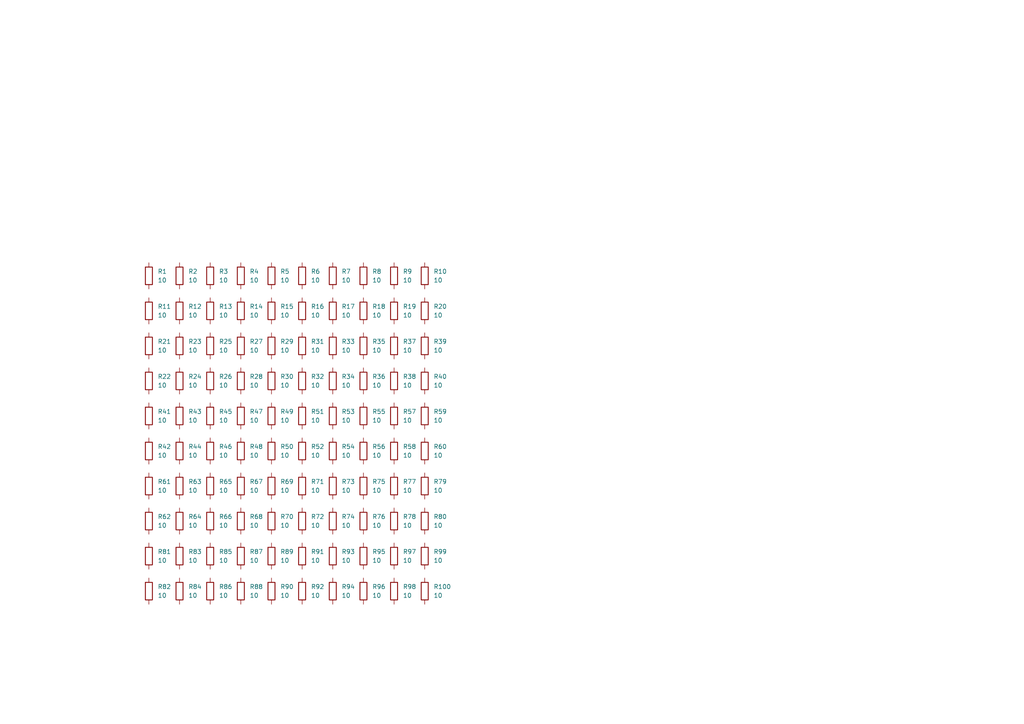
<source format=kicad_sch>
(kicad_sch (version 20250114) (generator "eeschema") (generator_version "9.0")
  (paper "A4")
  (lib_symbols
    (symbol "Device:R" (pin_numbers (hide yes)) (pin_names (offset 0))
      (property "Reference" "R" (at 2.032 0 90))
      (property "Value" "R" (at 0 0 90))
      (symbol "R_0_1"
        (rectangle (start -1.016 -2.54) (end 1.016 2.54) (stroke (width 0.254)))
      )
      (symbol "R_1_1"
        (pin passive line (at 0 3.81 270) (length 1.27) (name "~") (number "1"))
        (pin passive line (at 0 -3.81 90) (length 1.27) (name "~") (number "2"))
      )
    )
  )
  (symbol (lib_id "Device:R") (at 123.19 140.97 0) (unit 1)
    (property "Reference" "R79" (at 125.73 139.6999 0) (effects (justify left)))
    (property "Value" "10" (at 125.73 142.2399 0) (effects (justify left)))
    (property "Footprint" "RC0402JR_0710RP:RESC1005X40N" (effects (hide yes)))
    (property "Description" "Resistor" (effects (hide yes)))
  )
  (symbol (lib_id "Device:R") (at 43.18 110.49 0) (unit 1)
    (property "Reference" "R22" (at 45.72 109.2199 0) (effects (justify left)))
    (property "Value" "10" (at 45.72 111.7599 0) (effects (justify left)))
    (property "Footprint" "RC0402JR_0710RP:RESC1005X40N" (effects (hide yes)))
    (property "Description" "Resistor" (effects (hide yes)))
  )
  (symbol (lib_id "Device:R") (at 52.07 80.01 0) (unit 1)
    (property "Reference" "R2" (at 54.61 78.7399 0) (effects (justify left)))
    (property "Value" "10" (at 54.61 81.2799 0) (effects (justify left)))
    (property "Footprint" "RC0402JR_0710RP:RESC1005X40N" (effects (hide yes)))
    (property "Description" "Resistor" (effects (hide yes)))
  )
  (symbol (lib_id "Device:R") (at 78.74 110.49 0) (unit 1)
    (property "Reference" "R30" (at 81.28 109.2199 0) (effects (justify left)))
    (property "Value" "10" (at 81.28 111.7599 0) (effects (justify left)))
    (property "Footprint" "RC0402JR_0710RP:RESC1005X40N" (effects (hide yes)))
    (property "Description" "Resistor" (effects (hide yes)))
  )
  (symbol (lib_id "Device:R") (at 60.96 130.81 0) (unit 1)
    (property "Reference" "R46" (at 63.5 129.5399 0) (effects (justify left)))
    (property "Value" "10" (at 63.5 132.0799 0) (effects (justify left)))
    (property "Footprint" "RC0402JR_0710RP:RESC1005X40N" (effects (hide yes)))
    (property "Description" "Resistor" (effects (hide yes)))
  )
  (symbol (lib_id "Device:R") (at 78.74 80.01 0) (unit 1)
    (property "Reference" "R5" (at 81.28 78.7399 0) (effects (justify left)))
    (property "Value" "10" (at 81.28 81.2799 0) (effects (justify left)))
    (property "Footprint" "RC0402JR_0710RP:RESC1005X40N" (effects (hide yes)))
    (property "Description" "Resistor" (effects (hide yes)))
  )
  (symbol (lib_id "Device:R") (at 105.41 151.13 0) (unit 1)
    (property "Reference" "R76" (at 107.95 149.8599 0) (effects (justify left)))
    (property "Value" "10" (at 107.95 152.3999 0) (effects (justify left)))
    (property "Footprint" "RC0402JR_0710RP:RESC1005X40N" (effects (hide yes)))
    (property "Description" "Resistor" (effects (hide yes)))
  )
  (symbol (lib_id "Device:R") (at 43.18 171.45 0) (unit 1)
    (property "Reference" "R82" (at 45.72 170.1799 0) (effects (justify left)))
    (property "Value" "10" (at 45.72 172.7199 0) (effects (justify left)))
    (property "Footprint" "RC0402JR_0710RP:RESC1005X40N" (effects (hide yes)))
    (property "Description" "Resistor" (effects (hide yes)))
  )
  (symbol (lib_id "Device:R") (at 78.74 171.45 0) (unit 1)
    (property "Reference" "R90" (at 81.28 170.1799 0) (effects (justify left)))
    (property "Value" "10" (at 81.28 172.7199 0) (effects (justify left)))
    (property "Footprint" "RC0402JR_0710RP:RESC1005X40N" (effects (hide yes)))
    (property "Description" "Resistor" (effects (hide yes)))
  )
  (symbol (lib_id "Device:R") (at 43.18 100.33 0) (unit 1)
    (property "Reference" "R21" (at 45.72 99.0599 0) (effects (justify left)))
    (property "Value" "10" (at 45.72 101.5999 0) (effects (justify left)))
    (property "Footprint" "RC0402JR_0710RP:RESC1005X40N" (effects (hide yes)))
    (property "Description" "Resistor" (effects (hide yes)))
  )
  (symbol (lib_id "Device:R") (at 87.63 80.01 0) (unit 1)
    (property "Reference" "R6" (at 90.17 78.7399 0) (effects (justify left)))
    (property "Value" "10" (at 90.17 81.2799 0) (effects (justify left)))
    (property "Footprint" "RC0402JR_0710RP:RESC1005X40N" (effects (hide yes)))
    (property "Description" "Resistor" (effects (hide yes)))
  )
  (symbol (lib_id "Device:R") (at 52.07 161.29 0) (unit 1)
    (property "Reference" "R83" (at 54.61 160.0199 0) (effects (justify left)))
    (property "Value" "10" (at 54.61 162.5599 0) (effects (justify left)))
    (property "Footprint" "RC0402JR_0710RP:RESC1005X40N" (effects (hide yes)))
    (property "Description" "Resistor" (effects (hide yes)))
  )
  (symbol (lib_id "Device:R") (at 105.41 100.33 0) (unit 1)
    (property "Reference" "R35" (at 107.95 99.0599 0) (effects (justify left)))
    (property "Value" "10" (at 107.95 101.5999 0) (effects (justify left)))
    (property "Footprint" "RC0402JR_0710RP:RESC1005X40N" (effects (hide yes)))
    (property "Description" "Resistor" (effects (hide yes)))
  )
  (symbol (lib_id "Device:R") (at 69.85 161.29 0) (unit 1)
    (property "Reference" "R87" (at 72.39 160.0199 0) (effects (justify left)))
    (property "Value" "10" (at 72.39 162.5599 0) (effects (justify left)))
    (property "Footprint" "RC0402JR_0710RP:RESC1005X40N" (effects (hide yes)))
    (property "Description" "Resistor" (effects (hide yes)))
  )
  (symbol (lib_id "Device:R") (at 52.07 120.65 0) (unit 1)
    (property "Reference" "R43" (at 54.61 119.3799 0) (effects (justify left)))
    (property "Value" "10" (at 54.61 121.9199 0) (effects (justify left)))
    (property "Footprint" "RC0402JR_0710RP:RESC1005X40N" (effects (hide yes)))
    (property "Description" "Resistor" (effects (hide yes)))
  )
  (symbol (lib_id "Device:R") (at 105.41 130.81 0) (unit 1)
    (property "Reference" "R56" (at 107.95 129.5399 0) (effects (justify left)))
    (property "Value" "10" (at 107.95 132.0799 0) (effects (justify left)))
    (property "Footprint" "RC0402JR_0710RP:RESC1005X40N" (effects (hide yes)))
    (property "Description" "Resistor" (effects (hide yes)))
  )
  (symbol (lib_id "Device:R") (at 114.3 100.33 0) (unit 1)
    (property "Reference" "R37" (at 116.84 99.0599 0) (effects (justify left)))
    (property "Value" "10" (at 116.84 101.5999 0) (effects (justify left)))
    (property "Footprint" "RC0402JR_0710RP:RESC1005X40N" (effects (hide yes)))
    (property "Description" "Resistor" (effects (hide yes)))
  )
  (symbol (lib_id "Device:R") (at 78.74 140.97 0) (unit 1)
    (property "Reference" "R69" (at 81.28 139.6999 0) (effects (justify left)))
    (property "Value" "10" (at 81.28 142.2399 0) (effects (justify left)))
    (property "Footprint" "RC0402JR_0710RP:RESC1005X40N" (effects (hide yes)))
    (property "Description" "Resistor" (effects (hide yes)))
  )
  (symbol (lib_id "Device:R") (at 60.96 80.01 0) (unit 1)
    (property "Reference" "R3" (at 63.5 78.7399 0) (effects (justify left)))
    (property "Value" "10" (at 63.5 81.2799 0) (effects (justify left)))
    (property "Footprint" "RC0402JR_0710RP:RESC1005X40N" (effects (hide yes)))
    (property "Description" "Resistor" (effects (hide yes)))
  )
  (symbol (lib_id "Device:R") (at 114.3 151.13 0) (unit 1)
    (property "Reference" "R78" (at 116.84 149.8599 0) (effects (justify left)))
    (property "Value" "10" (at 116.84 152.3999 0) (effects (justify left)))
    (property "Footprint" "RC0402JR_0710RP:RESC1005X40N" (effects (hide yes)))
    (property "Description" "Resistor" (effects (hide yes)))
  )
  (symbol (lib_id "Device:R") (at 87.63 100.33 0) (unit 1)
    (property "Reference" "R31" (at 90.17 99.0599 0) (effects (justify left)))
    (property "Value" "10" (at 90.17 101.5999 0) (effects (justify left)))
    (property "Footprint" "RC0402JR_0710RP:RESC1005X40N" (effects (hide yes)))
    (property "Description" "Resistor" (effects (hide yes)))
  )
  (symbol (lib_id "Device:R") (at 78.74 130.81 0) (unit 1)
    (property "Reference" "R50" (at 81.28 129.5399 0) (effects (justify left)))
    (property "Value" "10" (at 81.28 132.0799 0) (effects (justify left)))
    (property "Footprint" "RC0402JR_0710RP:RESC1005X40N" (effects (hide yes)))
    (property "Description" "Resistor" (effects (hide yes)))
  )
  (symbol (lib_id "Device:R") (at 105.41 80.01 0) (unit 1)
    (property "Reference" "R8" (at 107.95 78.7399 0) (effects (justify left)))
    (property "Value" "10" (at 107.95 81.2799 0) (effects (justify left)))
    (property "Footprint" "RC0402JR_0710RP:RESC1005X40N" (effects (hide yes)))
    (property "Description" "Resistor" (effects (hide yes)))
  )
  (symbol (lib_id "Device:R") (at 78.74 90.17 0) (unit 1)
    (property "Reference" "R15" (at 81.28 88.8999 0) (effects (justify left)))
    (property "Value" "10" (at 81.28 91.4399 0) (effects (justify left)))
    (property "Footprint" "RC0402JR_0710RP:RESC1005X40N" (effects (hide yes)))
    (property "Description" "Resistor" (effects (hide yes)))
  )
  (symbol (lib_id "Device:R") (at 123.19 110.49 0) (unit 1)
    (property "Reference" "R40" (at 125.73 109.2199 0) (effects (justify left)))
    (property "Value" "10" (at 125.73 111.7599 0) (effects (justify left)))
    (property "Footprint" "RC0402JR_0710RP:RESC1005X40N" (effects (hide yes)))
    (property "Description" "Resistor" (effects (hide yes)))
  )
  (symbol (lib_id "Device:R") (at 123.19 151.13 0) (unit 1)
    (property "Reference" "R80" (at 125.73 149.8599 0) (effects (justify left)))
    (property "Value" "10" (at 125.73 152.3999 0) (effects (justify left)))
    (property "Footprint" "RC0402JR_0710RP:RESC1005X40N" (effects (hide yes)))
    (property "Description" "Resistor" (effects (hide yes)))
  )
  (symbol (lib_id "Device:R") (at 52.07 110.49 0) (unit 1)
    (property "Reference" "R24" (at 54.61 109.2199 0) (effects (justify left)))
    (property "Value" "10" (at 54.61 111.7599 0) (effects (justify left)))
    (property "Footprint" "RC0402JR_0710RP:RESC1005X40N" (effects (hide yes)))
    (property "Description" "Resistor" (effects (hide yes)))
  )
  (symbol (lib_id "Device:R") (at 43.18 151.13 0) (unit 1)
    (property "Reference" "R62" (at 45.72 149.8599 0) (effects (justify left)))
    (property "Value" "10" (at 45.72 152.3999 0) (effects (justify left)))
    (property "Footprint" "RC0402JR_0710RP:RESC1005X40N" (effects (hide yes)))
    (property "Description" "Resistor" (effects (hide yes)))
  )
  (symbol (lib_id "Device:R") (at 87.63 110.49 0) (unit 1)
    (property "Reference" "R32" (at 90.17 109.2199 0) (effects (justify left)))
    (property "Value" "10" (at 90.17 111.7599 0) (effects (justify left)))
    (property "Footprint" "RC0402JR_0710RP:RESC1005X40N" (effects (hide yes)))
    (property "Description" "Resistor" (effects (hide yes)))
  )
  (symbol (lib_id "Device:R") (at 78.74 161.29 0) (unit 1)
    (property "Reference" "R89" (at 81.28 160.0199 0) (effects (justify left)))
    (property "Value" "10" (at 81.28 162.5599 0) (effects (justify left)))
    (property "Footprint" "RC0402JR_0710RP:RESC1005X40N" (effects (hide yes)))
    (property "Description" "Resistor" (effects (hide yes)))
  )
  (symbol (lib_id "Device:R") (at 69.85 90.17 0) (unit 1)
    (property "Reference" "R14" (at 72.39 88.8999 0) (effects (justify left)))
    (property "Value" "10" (at 72.39 91.4399 0) (effects (justify left)))
    (property "Footprint" "RC0402JR_0710RP:RESC1005X40N" (effects (hide yes)))
    (property "Description" "Resistor" (effects (hide yes)))
  )
  (symbol (lib_id "Device:R") (at 69.85 80.01 0) (unit 1)
    (property "Reference" "R4" (at 72.39 78.7399 0) (effects (justify left)))
    (property "Value" "10" (at 72.39 81.2799 0) (effects (justify left)))
    (property "Footprint" "RC0402JR_0710RP:RESC1005X40N" (effects (hide yes)))
    (property "Description" "Resistor" (effects (hide yes)))
  )
  (symbol (lib_id "Device:R") (at 123.19 90.17 0) (unit 1)
    (property "Reference" "R20" (at 125.73 88.8999 0) (effects (justify left)))
    (property "Value" "10" (at 125.73 91.4399 0) (effects (justify left)))
    (property "Footprint" "RC0402JR_0710RP:RESC1005X40N" (effects (hide yes)))
    (property "Description" "Resistor" (effects (hide yes)))
  )
  (symbol (lib_id "Device:R") (at 60.96 90.17 0) (unit 1)
    (property "Reference" "R13" (at 63.5 88.8999 0) (effects (justify left)))
    (property "Value" "10" (at 63.5 91.4399 0) (effects (justify left)))
    (property "Footprint" "RC0402JR_0710RP:RESC1005X40N" (effects (hide yes)))
    (property "Description" "Resistor" (effects (hide yes)))
  )
  (symbol (lib_id "Device:R") (at 52.07 151.13 0) (unit 1)
    (property "Reference" "R64" (at 54.61 149.8599 0) (effects (justify left)))
    (property "Value" "10" (at 54.61 152.3999 0) (effects (justify left)))
    (property "Footprint" "RC0402JR_0710RP:RESC1005X40N" (effects (hide yes)))
    (property "Description" "Resistor" (effects (hide yes)))
  )
  (symbol (lib_id "Device:R") (at 43.18 80.01 180) (unit 1)
    (property "Reference" "R1" (at 45.72 78.7399 0) (effects (justify right)))
    (property "Value" "10" (at 45.72 81.2799 0) (effects (justify right)))
    (property "Footprint" "RC0402JR_0710RP:RESC1005X40N" (effects (hide yes)))
    (property "Description" "Resistor" (effects (hide yes)))
  )
  (symbol (lib_id "Device:R") (at 114.3 140.97 0) (unit 1)
    (property "Reference" "R77" (at 116.84 139.6999 0) (effects (justify left)))
    (property "Value" "10" (at 116.84 142.2399 0) (effects (justify left)))
    (property "Footprint" "RC0402JR_0710RP:RESC1005X40N" (effects (hide yes)))
    (property "Description" "Resistor" (effects (hide yes)))
  )
  (symbol (lib_id "Device:R") (at 87.63 90.17 0) (unit 1)
    (property "Reference" "R16" (at 90.17 88.8999 0) (effects (justify left)))
    (property "Value" "10" (at 90.17 91.4399 0) (effects (justify left)))
    (property "Footprint" "RC0402JR_0710RP:RESC1005X40N" (effects (hide yes)))
    (property "Description" "Resistor" (effects (hide yes)))
  )
  (symbol (lib_id "Device:R") (at 60.96 140.97 0) (unit 1)
    (property "Reference" "R65" (at 63.5 139.6999 0) (effects (justify left)))
    (property "Value" "10" (at 63.5 142.2399 0) (effects (justify left)))
    (property "Footprint" "RC0402JR_0710RP:RESC1005X40N" (effects (hide yes)))
    (property "Description" "Resistor" (effects (hide yes)))
  )
  (symbol (lib_id "Device:R") (at 105.41 120.65 0) (unit 1)
    (property "Reference" "R55" (at 107.95 119.3799 0) (effects (justify left)))
    (property "Value" "10" (at 107.95 121.9199 0) (effects (justify left)))
    (property "Footprint" "RC0402JR_0710RP:RESC1005X40N" (effects (hide yes)))
    (property "Description" "Resistor" (effects (hide yes)))
  )
  (symbol (lib_id "Device:R") (at 69.85 130.81 0) (unit 1)
    (property "Reference" "R48" (at 72.39 129.5399 0) (effects (justify left)))
    (property "Value" "10" (at 72.39 132.0799 0) (effects (justify left)))
    (property "Footprint" "RC0402JR_0710RP:RESC1005X40N" (effects (hide yes)))
    (property "Description" "Resistor" (effects (hide yes)))
  )
  (symbol (lib_id "Device:R") (at 123.19 80.01 0) (unit 1)
    (property "Reference" "R10" (at 125.73 78.7399 0) (effects (justify left)))
    (property "Value" "10" (at 125.73 81.2799 0) (effects (justify left)))
    (property "Footprint" "RC0402JR_0710RP:RESC1005X40N" (effects (hide yes)))
    (property "Description" "Resistor" (effects (hide yes)))
  )
  (symbol (lib_id "Device:R") (at 52.07 90.17 0) (unit 1)
    (property "Reference" "R12" (at 54.61 88.8999 0) (effects (justify left)))
    (property "Value" "10" (at 54.61 91.4399 0) (effects (justify left)))
    (property "Footprint" "RC0402JR_0710RP:RESC1005X40N" (effects (hide yes)))
    (property "Description" "Resistor" (effects (hide yes)))
  )
  (symbol (lib_id "Device:R") (at 69.85 110.49 0) (unit 1)
    (property "Reference" "R28" (at 72.39 109.2199 0) (effects (justify left)))
    (property "Value" "10" (at 72.39 111.7599 0) (effects (justify left)))
    (property "Footprint" "RC0402JR_0710RP:RESC1005X40N" (effects (hide yes)))
    (property "Description" "Resistor" (effects (hide yes)))
  )
  (symbol (lib_id "Device:R") (at 96.52 140.97 0) (unit 1)
    (property "Reference" "R73" (at 99.06 139.6999 0) (effects (justify left)))
    (property "Value" "10" (at 99.06 142.2399 0) (effects (justify left)))
    (property "Footprint" "RC0402JR_0710RP:RESC1005X40N" (effects (hide yes)))
    (property "Description" "Resistor" (effects (hide yes)))
  )
  (symbol (lib_id "Device:R") (at 114.3 80.01 0) (unit 1)
    (property "Reference" "R9" (at 116.84 78.7399 0) (effects (justify left)))
    (property "Value" "10" (at 116.84 81.2799 0) (effects (justify left)))
    (property "Footprint" "RC0402JR_0710RP:RESC1005X40N" (effects (hide yes)))
    (property "Description" "Resistor" (effects (hide yes)))
  )
  (symbol (lib_id "Device:R") (at 96.52 120.65 0) (unit 1)
    (property "Reference" "R53" (at 99.06 119.3799 0) (effects (justify left)))
    (property "Value" "10" (at 99.06 121.9199 0) (effects (justify left)))
    (property "Footprint" "RC0402JR_0710RP:RESC1005X40N" (effects (hide yes)))
    (property "Description" "Resistor" (effects (hide yes)))
  )
  (symbol (lib_id "Device:R") (at 43.18 161.29 0) (unit 1)
    (property "Reference" "R81" (at 45.72 160.0199 0) (effects (justify left)))
    (property "Value" "10" (at 45.72 162.5599 0) (effects (justify left)))
    (property "Footprint" "RC0402JR_0710RP:RESC1005X40N" (effects (hide yes)))
    (property "Description" "Resistor" (effects (hide yes)))
  )
  (symbol (lib_id "Device:R") (at 96.52 80.01 0) (unit 1)
    (property "Reference" "R7" (at 99.06 78.7399 0) (effects (justify left)))
    (property "Value" "10" (at 99.06 81.2799 0) (effects (justify left)))
    (property "Footprint" "RC0402JR_0710RP:RESC1005X40N" (effects (hide yes)))
    (property "Description" "Resistor" (effects (hide yes)))
  )
  (symbol (lib_id "Device:R") (at 105.41 90.17 0) (unit 1)
    (property "Reference" "R18" (at 107.95 88.8999 0) (effects (justify left)))
    (property "Value" "10" (at 107.95 91.4399 0) (effects (justify left)))
    (property "Footprint" "RC0402JR_0710RP:RESC1005X40N" (effects (hide yes)))
    (property "Description" "Resistor" (effects (hide yes)))
  )
  (symbol (lib_id "Device:R") (at 123.19 171.45 0) (unit 1)
    (property "Reference" "R100" (at 125.73 170.1799 0) (effects (justify left)))
    (property "Value" "10" (at 125.73 172.7199 0) (effects (justify left)))
    (property "Footprint" "RC0402JR_0710RP:RESC1005X40N" (effects (hide yes)))
    (property "Description" "Resistor" (effects (hide yes)))
  )
  (symbol (lib_id "Device:R") (at 123.19 161.29 0) (unit 1)
    (property "Reference" "R99" (at 125.73 160.0199 0) (effects (justify left)))
    (property "Value" "10" (at 125.73 162.5599 0) (effects (justify left)))
    (property "Footprint" "RC0402JR_0710RP:RESC1005X40N" (effects (hide yes)))
    (property "Description" "Resistor" (effects (hide yes)))
  )
  (symbol (lib_id "Device:R") (at 69.85 140.97 0) (unit 1)
    (property "Reference" "R67" (at 72.39 139.6999 0) (effects (justify left)))
    (property "Value" "10" (at 72.39 142.2399 0) (effects (justify left)))
    (property "Footprint" "RC0402JR_0710RP:RESC1005X40N" (effects (hide yes)))
    (property "Description" "Resistor" (effects (hide yes)))
  )
  (symbol (lib_id "Device:R") (at 43.18 130.81 0) (unit 1)
    (property "Reference" "R42" (at 45.72 129.5399 0) (effects (justify left)))
    (property "Value" "10" (at 45.72 132.0799 0) (effects (justify left)))
    (property "Footprint" "RC0402JR_0710RP:RESC1005X40N" (effects (hide yes)))
    (property "Description" "Resistor" (effects (hide yes)))
  )
  (symbol (lib_id "Device:R") (at 96.52 171.45 0) (unit 1)
    (property "Reference" "R94" (at 99.06 170.1799 0) (effects (justify left)))
    (property "Value" "10" (at 99.06 172.7199 0) (effects (justify left)))
    (property "Footprint" "RC0402JR_0710RP:RESC1005X40N" (effects (hide yes)))
    (property "Description" "Resistor" (effects (hide yes)))
  )
  (symbol (lib_id "Device:R") (at 87.63 130.81 0) (unit 1)
    (property "Reference" "R52" (at 90.17 129.5399 0) (effects (justify left)))
    (property "Value" "10" (at 90.17 132.0799 0) (effects (justify left)))
    (property "Footprint" "RC0402JR_0710RP:RESC1005X40N" (effects (hide yes)))
    (property "Description" "Resistor" (effects (hide yes)))
  )
  (symbol (lib_id "Device:R") (at 96.52 151.13 0) (unit 1)
    (property "Reference" "R74" (at 99.06 149.8599 0) (effects (justify left)))
    (property "Value" "10" (at 99.06 152.3999 0) (effects (justify left)))
    (property "Footprint" "RC0402JR_0710RP:RESC1005X40N" (effects (hide yes)))
    (property "Description" "Resistor" (effects (hide yes)))
  )
  (symbol (lib_id "Device:R") (at 114.3 90.17 0) (unit 1)
    (property "Reference" "R19" (at 116.84 88.8999 0) (effects (justify left)))
    (property "Value" "10" (at 116.84 91.4399 0) (effects (justify left)))
    (property "Footprint" "RC0402JR_0710RP:RESC1005X40N" (effects (hide yes)))
    (property "Description" "Resistor" (effects (hide yes)))
  )
  (symbol (lib_id "Device:R") (at 87.63 151.13 0) (unit 1)
    (property "Reference" "R72" (at 90.17 149.8599 0) (effects (justify left)))
    (property "Value" "10" (at 90.17 152.3999 0) (effects (justify left)))
    (property "Footprint" "RC0402JR_0710RP:RESC1005X40N" (effects (hide yes)))
    (property "Description" "Resistor" (effects (hide yes)))
  )
  (symbol (lib_id "Device:R") (at 87.63 161.29 0) (unit 1)
    (property "Reference" "R91" (at 90.17 160.0199 0) (effects (justify left)))
    (property "Value" "10" (at 90.17 162.5599 0) (effects (justify left)))
    (property "Footprint" "RC0402JR_0710RP:RESC1005X40N" (effects (hide yes)))
    (property "Description" "Resistor" (effects (hide yes)))
  )
  (symbol (lib_id "Device:R") (at 43.18 140.97 0) (unit 1)
    (property "Reference" "R61" (at 45.72 139.6999 0) (effects (justify left)))
    (property "Value" "10" (at 45.72 142.2399 0) (effects (justify left)))
    (property "Footprint" "RC0402JR_0710RP:RESC1005X40N" (effects (hide yes)))
    (property "Description" "Resistor" (effects (hide yes)))
  )
  (symbol (lib_id "Device:R") (at 43.18 120.65 0) (unit 1)
    (property "Reference" "R41" (at 45.72 119.3799 0) (effects (justify left)))
    (property "Value" "10" (at 45.72 121.9199 0) (effects (justify left)))
    (property "Footprint" "RC0402JR_0710RP:RESC1005X40N" (effects (hide yes)))
    (property "Description" "Resistor" (effects (hide yes)))
  )
  (symbol (lib_id "Device:R") (at 78.74 120.65 0) (unit 1)
    (property "Reference" "R49" (at 81.28 119.3799 0) (effects (justify left)))
    (property "Value" "10" (at 81.28 121.9199 0) (effects (justify left)))
    (property "Footprint" "RC0402JR_0710RP:RESC1005X40N" (effects (hide yes)))
    (property "Description" "Resistor" (effects (hide yes)))
  )
  (symbol (lib_id "Device:R") (at 52.07 171.45 0) (unit 1)
    (property "Reference" "R84" (at 54.61 170.1799 0) (effects (justify left)))
    (property "Value" "10" (at 54.61 172.7199 0) (effects (justify left)))
    (property "Footprint" "RC0402JR_0710RP:RESC1005X40N" (effects (hide yes)))
    (property "Description" "Resistor" (effects (hide yes)))
  )
  (symbol (lib_id "Device:R") (at 78.74 100.33 0) (unit 1)
    (property "Reference" "R29" (at 81.28 99.0599 0) (effects (justify left)))
    (property "Value" "10" (at 81.28 101.5999 0) (effects (justify left)))
    (property "Footprint" "RC0402JR_0710RP:RESC1005X40N" (effects (hide yes)))
    (property "Description" "Resistor" (effects (hide yes)))
  )
  (symbol (lib_id "Device:R") (at 105.41 171.45 0) (unit 1)
    (property "Reference" "R96" (at 107.95 170.1799 0) (effects (justify left)))
    (property "Value" "10" (at 107.95 172.7199 0) (effects (justify left)))
    (property "Footprint" "RC0402JR_0710RP:RESC1005X40N" (effects (hide yes)))
    (property "Description" "Resistor" (effects (hide yes)))
  )
  (symbol (lib_id "Device:R") (at 123.19 100.33 0) (unit 1)
    (property "Reference" "R39" (at 125.73 99.0599 0) (effects (justify left)))
    (property "Value" "10" (at 125.73 101.5999 0) (effects (justify left)))
    (property "Footprint" "RC0402JR_0710RP:RESC1005X40N" (effects (hide yes)))
    (property "Description" "Resistor" (effects (hide yes)))
  )
  (symbol (lib_id "Device:R") (at 60.96 110.49 0) (unit 1)
    (property "Reference" "R26" (at 63.5 109.2199 0) (effects (justify left)))
    (property "Value" "10" (at 63.5 111.7599 0) (effects (justify left)))
    (property "Footprint" "RC0402JR_0710RP:RESC1005X40N" (effects (hide yes)))
    (property "Description" "Resistor" (effects (hide yes)))
  )
  (symbol (lib_id "Device:R") (at 60.96 120.65 0) (unit 1)
    (property "Reference" "R45" (at 63.5 119.3799 0) (effects (justify left)))
    (property "Value" "10" (at 63.5 121.9199 0) (effects (justify left)))
    (property "Footprint" "RC0402JR_0710RP:RESC1005X40N" (effects (hide yes)))
    (property "Description" "Resistor" (effects (hide yes)))
  )
  (symbol (lib_id "Device:R") (at 96.52 110.49 0) (unit 1)
    (property "Reference" "R34" (at 99.06 109.2199 0) (effects (justify left)))
    (property "Value" "10" (at 99.06 111.7599 0) (effects (justify left)))
    (property "Footprint" "RC0402JR_0710RP:RESC1005X40N" (effects (hide yes)))
    (property "Description" "Resistor" (effects (hide yes)))
  )
  (symbol (lib_id "Device:R") (at 78.74 151.13 0) (unit 1)
    (property "Reference" "R70" (at 81.28 149.8599 0) (effects (justify left)))
    (property "Value" "10" (at 81.28 152.3999 0) (effects (justify left)))
    (property "Footprint" "RC0402JR_0710RP:RESC1005X40N" (effects (hide yes)))
    (property "Description" "Resistor" (effects (hide yes)))
  )
  (symbol (lib_id "Device:R") (at 69.85 171.45 0) (unit 1)
    (property "Reference" "R88" (at 72.39 170.1799 0) (effects (justify left)))
    (property "Value" "10" (at 72.39 172.7199 0) (effects (justify left)))
    (property "Footprint" "RC0402JR_0710RP:RESC1005X40N" (effects (hide yes)))
    (property "Description" "Resistor" (effects (hide yes)))
  )
  (symbol (lib_id "Device:R") (at 87.63 171.45 0) (unit 1)
    (property "Reference" "R92" (at 90.17 170.1799 0) (effects (justify left)))
    (property "Value" "10" (at 90.17 172.7199 0) (effects (justify left)))
    (property "Footprint" "RC0402JR_0710RP:RESC1005X40N" (effects (hide yes)))
    (property "Description" "Resistor" (effects (hide yes)))
  )
  (symbol (lib_id "Device:R") (at 114.3 171.45 0) (unit 1)
    (property "Reference" "R98" (at 116.84 170.1799 0) (effects (justify left)))
    (property "Value" "10" (at 116.84 172.7199 0) (effects (justify left)))
    (property "Footprint" "RC0402JR_0710RP:RESC1005X40N" (effects (hide yes)))
    (property "Description" "Resistor" (effects (hide yes)))
  )
  (symbol (lib_id "Device:R") (at 69.85 151.13 0) (unit 1)
    (property "Reference" "R68" (at 72.39 149.8599 0) (effects (justify left)))
    (property "Value" "10" (at 72.39 152.3999 0) (effects (justify left)))
    (property "Footprint" "RC0402JR_0710RP:RESC1005X40N" (effects (hide yes)))
    (property "Description" "Resistor" (effects (hide yes)))
  )
  (symbol (lib_id "Device:R") (at 114.3 161.29 0) (unit 1)
    (property "Reference" "R97" (at 116.84 160.0199 0) (effects (justify left)))
    (property "Value" "10" (at 116.84 162.5599 0) (effects (justify left)))
    (property "Footprint" "RC0402JR_0710RP:RESC1005X40N" (effects (hide yes)))
    (property "Description" "Resistor" (effects (hide yes)))
  )
  (symbol (lib_id "Device:R") (at 114.3 110.49 0) (unit 1)
    (property "Reference" "R38" (at 116.84 109.2199 0) (effects (justify left)))
    (property "Value" "10" (at 116.84 111.7599 0) (effects (justify left)))
    (property "Footprint" "RC0402JR_0710RP:RESC1005X40N" (effects (hide yes)))
    (property "Description" "Resistor" (effects (hide yes)))
  )
  (symbol (lib_id "Device:R") (at 69.85 100.33 0) (unit 1)
    (property "Reference" "R27" (at 72.39 99.0599 0) (effects (justify left)))
    (property "Value" "10" (at 72.39 101.5999 0) (effects (justify left)))
    (property "Footprint" "RC0402JR_0710RP:RESC1005X40N" (effects (hide yes)))
    (property "Description" "Resistor" (effects (hide yes)))
  )
  (symbol (lib_id "Device:R") (at 105.41 110.49 0) (unit 1)
    (property "Reference" "R36" (at 107.95 109.2199 0) (effects (justify left)))
    (property "Value" "10" (at 107.95 111.7599 0) (effects (justify left)))
    (property "Footprint" "RC0402JR_0710RP:RESC1005X40N" (effects (hide yes)))
    (property "Description" "Resistor" (effects (hide yes)))
  )
  (symbol (lib_id "Device:R") (at 96.52 130.81 0) (unit 1)
    (property "Reference" "R54" (at 99.06 129.5399 0) (effects (justify left)))
    (property "Value" "10" (at 99.06 132.0799 0) (effects (justify left)))
    (property "Footprint" "RC0402JR_0710RP:RESC1005X40N" (effects (hide yes)))
    (property "Description" "Resistor" (effects (hide yes)))
  )
  (symbol (lib_id "Device:R") (at 60.96 100.33 0) (unit 1)
    (property "Reference" "R25" (at 63.5 99.0599 0) (effects (justify left)))
    (property "Value" "10" (at 63.5 101.5999 0) (effects (justify left)))
    (property "Footprint" "RC0402JR_0710RP:RESC1005X40N" (effects (hide yes)))
    (property "Description" "Resistor" (effects (hide yes)))
  )
  (symbol (lib_id "Device:R") (at 43.18 90.17 0) (unit 1)
    (property "Reference" "R11" (at 45.72 88.8999 0) (effects (justify left)))
    (property "Value" "10" (at 45.72 91.4399 0) (effects (justify left)))
    (property "Footprint" "RC0402JR_0710RP:RESC1005X40N" (effects (hide yes)))
    (property "Description" "Resistor" (effects (hide yes)))
  )
  (symbol (lib_id "Device:R") (at 52.07 140.97 0) (unit 1)
    (property "Reference" "R63" (at 54.61 139.6999 0) (effects (justify left)))
    (property "Value" "10" (at 54.61 142.2399 0) (effects (justify left)))
    (property "Footprint" "RC0402JR_0710RP:RESC1005X40N" (effects (hide yes)))
    (property "Description" "Resistor" (effects (hide yes)))
  )
  (symbol (lib_id "Device:R") (at 52.07 100.33 0) (unit 1)
    (property "Reference" "R23" (at 54.61 99.0599 0) (effects (justify left)))
    (property "Value" "10" (at 54.61 101.5999 0) (effects (justify left)))
    (property "Footprint" "RC0402JR_0710RP:RESC1005X40N" (effects (hide yes)))
    (property "Description" "Resistor" (effects (hide yes)))
  )
  (symbol (lib_id "Device:R") (at 114.3 120.65 0) (unit 1)
    (property "Reference" "R57" (at 116.84 119.3799 0) (effects (justify left)))
    (property "Value" "10" (at 116.84 121.9199 0) (effects (justify left)))
    (property "Footprint" "RC0402JR_0710RP:RESC1005X40N" (effects (hide yes)))
    (property "Description" "Resistor" (effects (hide yes)))
  )
  (symbol (lib_id "Device:R") (at 114.3 130.81 0) (unit 1)
    (property "Reference" "R58" (at 116.84 129.5399 0) (effects (justify left)))
    (property "Value" "10" (at 116.84 132.0799 0) (effects (justify left)))
    (property "Footprint" "RC0402JR_0710RP:RESC1005X40N" (effects (hide yes)))
    (property "Description" "Resistor" (effects (hide yes)))
  )
  (symbol (lib_id "Device:R") (at 105.41 161.29 0) (unit 1)
    (property "Reference" "R95" (at 107.95 160.0199 0) (effects (justify left)))
    (property "Value" "10" (at 107.95 162.5599 0) (effects (justify left)))
    (property "Footprint" "RC0402JR_0710RP:RESC1005X40N" (effects (hide yes)))
    (property "Description" "Resistor" (effects (hide yes)))
  )
  (symbol (lib_id "Device:R") (at 60.96 171.45 0) (unit 1)
    (property "Reference" "R86" (at 63.5 170.1799 0) (effects (justify left)))
    (property "Value" "10" (at 63.5 172.7199 0) (effects (justify left)))
    (property "Footprint" "RC0402JR_0710RP:RESC1005X40N" (effects (hide yes)))
    (property "Description" "Resistor" (effects (hide yes)))
  )
  (symbol (lib_id "Device:R") (at 105.41 140.97 0) (unit 1)
    (property "Reference" "R75" (at 107.95 139.6999 0) (effects (justify left)))
    (property "Value" "10" (at 107.95 142.2399 0) (effects (justify left)))
    (property "Footprint" "RC0402JR_0710RP:RESC1005X40N" (effects (hide yes)))
    (property "Description" "Resistor" (effects (hide yes)))
  )
  (symbol (lib_id "Device:R") (at 96.52 90.17 0) (unit 1)
    (property "Reference" "R17" (at 99.06 88.8999 0) (effects (justify left)))
    (property "Value" "10" (at 99.06 91.4399 0) (effects (justify left)))
    (property "Footprint" "RC0402JR_0710RP:RESC1005X40N" (effects (hide yes)))
    (property "Description" "Resistor" (effects (hide yes)))
  )
  (symbol (lib_id "Device:R") (at 60.96 151.13 0) (unit 1)
    (property "Reference" "R66" (at 63.5 149.8599 0) (effects (justify left)))
    (property "Value" "10" (at 63.5 152.3999 0) (effects (justify left)))
    (property "Footprint" "RC0402JR_0710RP:RESC1005X40N" (effects (hide yes)))
    (property "Description" "Resistor" (effects (hide yes)))
  )
  (symbol (lib_id "Device:R") (at 123.19 120.65 0) (unit 1)
    (property "Reference" "R59" (at 125.73 119.3799 0) (effects (justify left)))
    (property "Value" "10" (at 125.73 121.9199 0) (effects (justify left)))
    (property "Footprint" "RC0402JR_0710RP:RESC1005X40N" (effects (hide yes)))
    (property "Description" "Resistor" (effects (hide yes)))
  )
  (symbol (lib_id "Device:R") (at 123.19 130.81 0) (unit 1)
    (property "Reference" "R60" (at 125.73 129.5399 0) (effects (justify left)))
    (property "Value" "10" (at 125.73 132.0799 0) (effects (justify left)))
    (property "Footprint" "RC0402JR_0710RP:RESC1005X40N" (effects (hide yes)))
    (property "Description" "Resistor" (effects (hide yes)))
  )
  (symbol (lib_id "Device:R") (at 87.63 120.65 0) (unit 1)
    (property "Reference" "R51" (at 90.17 119.3799 0) (effects (justify left)))
    (property "Value" "10" (at 90.17 121.9199 0) (effects (justify left)))
    (property "Footprint" "RC0402JR_0710RP:RESC1005X40N" (effects (hide yes)))
    (property "Description" "Resistor" (effects (hide yes)))
  )
  (symbol (lib_id "Device:R") (at 60.96 161.29 0) (unit 1)
    (property "Reference" "R85" (at 63.5 160.0199 0) (effects (justify left)))
    (property "Value" "10" (at 63.5 162.5599 0) (effects (justify left)))
    (property "Footprint" "RC0402JR_0710RP:RESC1005X40N" (effects (hide yes)))
    (property "Description" "Resistor" (effects (hide yes)))
  )
  (symbol (lib_id "Device:R") (at 52.07 130.81 0) (unit 1)
    (property "Reference" "R44" (at 54.61 129.5399 0) (effects (justify left)))
    (property "Value" "10" (at 54.61 132.0799 0) (effects (justify left)))
    (property "Footprint" "RC0402JR_0710RP:RESC1005X40N" (effects (hide yes)))
    (property "Description" "Resistor" (effects (hide yes)))
  )
  (symbol (lib_id "Device:R") (at 87.63 140.97 0) (unit 1)
    (property "Reference" "R71" (at 90.17 139.6999 0) (effects (justify left)))
    (property "Value" "10" (at 90.17 142.2399 0) (effects (justify left)))
    (property "Footprint" "RC0402JR_0710RP:RESC1005X40N" (effects (hide yes)))
    (property "Description" "Resistor" (effects (hide yes)))
  )
  (symbol (lib_id "Device:R") (at 69.85 120.65 0) (unit 1)
    (property "Reference" "R47" (at 72.39 119.3799 0) (effects (justify left)))
    (property "Value" "10" (at 72.39 121.9199 0) (effects (justify left)))
    (property "Footprint" "RC0402JR_0710RP:RESC1005X40N" (effects (hide yes)))
    (property "Description" "Resistor" (effects (hide yes)))
  )
  (symbol (lib_id "Device:R") (at 96.52 100.33 0) (unit 1)
    (property "Reference" "R33" (at 99.06 99.0599 0) (effects (justify left)))
    (property "Value" "10" (at 99.06 101.5999 0) (effects (justify left)))
    (property "Footprint" "RC0402JR_0710RP:RESC1005X40N" (effects (hide yes)))
    (property "Description" "Resistor" (effects (hide yes)))
  )
  (symbol (lib_id "Device:R") (at 96.52 161.29 0) (unit 1)
    (property "Reference" "R93" (at 99.06 160.0199 0) (effects (justify left)))
    (property "Value" "10" (at 99.06 162.5599 0) (effects (justify left)))
    (property "Footprint" "RC0402JR_0710RP:RESC1005X40N" (effects (hide yes)))
    (property "Description" "Resistor" (effects (hide yes)))
  )
)
</source>
